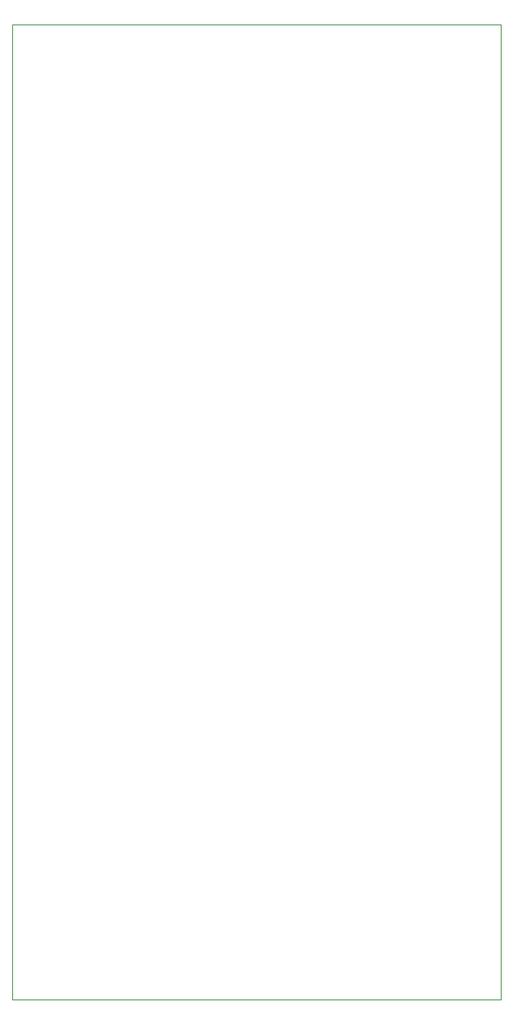
<source format=gm1>
G04 #@! TF.GenerationSoftware,KiCad,Pcbnew,8.0.0*
G04 #@! TF.CreationDate,2025-01-14T11:15:22-06:00*
G04 #@! TF.ProjectId,LightControlBoard,4c696768-7443-46f6-9e74-726f6c426f61,rev?*
G04 #@! TF.SameCoordinates,Original*
G04 #@! TF.FileFunction,Profile,NP*
%FSLAX46Y46*%
G04 Gerber Fmt 4.6, Leading zero omitted, Abs format (unit mm)*
G04 Created by KiCad (PCBNEW 8.0.0) date 2025-01-14 11:15:22*
%MOMM*%
%LPD*%
G01*
G04 APERTURE LIST*
G04 #@! TA.AperFunction,Profile*
%ADD10C,0.050000*%
G04 #@! TD*
G04 APERTURE END LIST*
D10*
X110930000Y-32885000D02*
X161600000Y-32885000D01*
X161600000Y-133990000D01*
X110930000Y-133990000D01*
X110930000Y-32885000D01*
M02*

</source>
